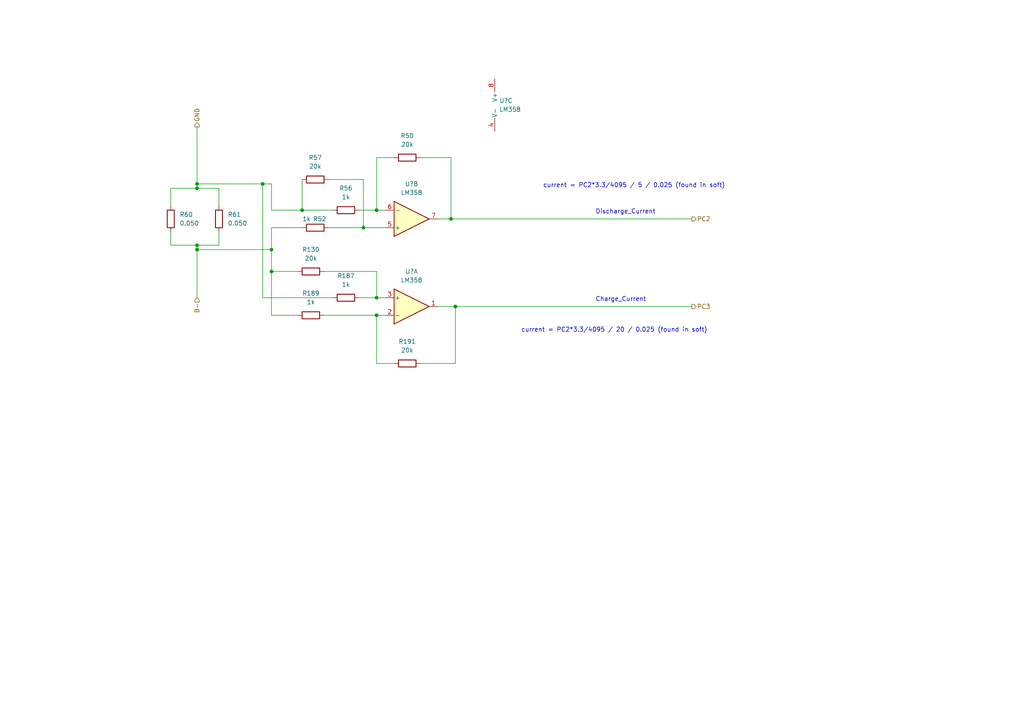
<source format=kicad_sch>
(kicad_sch (version 20211123) (generator eeschema)

  (uuid 8ed8e29f-6065-4bf9-9962-9a5e7094f7d5)

  (paper "A4")

  (lib_symbols
    (symbol "Amplifier_Operational:LM358" (pin_names (offset 0.127)) (in_bom yes) (on_board yes)
      (property "Reference" "U" (id 0) (at 0 5.08 0)
        (effects (font (size 1.27 1.27)) (justify left))
      )
      (property "Value" "LM358" (id 1) (at 0 -5.08 0)
        (effects (font (size 1.27 1.27)) (justify left))
      )
      (property "Footprint" "" (id 2) (at 0 0 0)
        (effects (font (size 1.27 1.27)) hide)
      )
      (property "Datasheet" "http://www.ti.com/lit/ds/symlink/lm2904-n.pdf" (id 3) (at 0 0 0)
        (effects (font (size 1.27 1.27)) hide)
      )
      (property "ki_locked" "" (id 4) (at 0 0 0)
        (effects (font (size 1.27 1.27)))
      )
      (property "ki_keywords" "dual opamp" (id 5) (at 0 0 0)
        (effects (font (size 1.27 1.27)) hide)
      )
      (property "ki_description" "Low-Power, Dual Operational Amplifiers, DIP-8/SOIC-8/TO-99-8" (id 6) (at 0 0 0)
        (effects (font (size 1.27 1.27)) hide)
      )
      (property "ki_fp_filters" "SOIC*3.9x4.9mm*P1.27mm* DIP*W7.62mm* TO*99* OnSemi*Micro8* TSSOP*3x3mm*P0.65mm* TSSOP*4.4x3mm*P0.65mm* MSOP*3x3mm*P0.65mm* SSOP*3.9x4.9mm*P0.635mm* LFCSP*2x2mm*P0.5mm* *SIP* SOIC*5.3x6.2mm*P1.27mm*" (id 7) (at 0 0 0)
        (effects (font (size 1.27 1.27)) hide)
      )
      (symbol "LM358_1_1"
        (polyline
          (pts
            (xy -5.08 5.08)
            (xy 5.08 0)
            (xy -5.08 -5.08)
            (xy -5.08 5.08)
          )
          (stroke (width 0.254) (type default) (color 0 0 0 0))
          (fill (type background))
        )
        (pin output line (at 7.62 0 180) (length 2.54)
          (name "~" (effects (font (size 1.27 1.27))))
          (number "1" (effects (font (size 1.27 1.27))))
        )
        (pin input line (at -7.62 -2.54 0) (length 2.54)
          (name "-" (effects (font (size 1.27 1.27))))
          (number "2" (effects (font (size 1.27 1.27))))
        )
        (pin input line (at -7.62 2.54 0) (length 2.54)
          (name "+" (effects (font (size 1.27 1.27))))
          (number "3" (effects (font (size 1.27 1.27))))
        )
      )
      (symbol "LM358_2_1"
        (polyline
          (pts
            (xy -5.08 5.08)
            (xy 5.08 0)
            (xy -5.08 -5.08)
            (xy -5.08 5.08)
          )
          (stroke (width 0.254) (type default) (color 0 0 0 0))
          (fill (type background))
        )
        (pin input line (at -7.62 2.54 0) (length 2.54)
          (name "+" (effects (font (size 1.27 1.27))))
          (number "5" (effects (font (size 1.27 1.27))))
        )
        (pin input line (at -7.62 -2.54 0) (length 2.54)
          (name "-" (effects (font (size 1.27 1.27))))
          (number "6" (effects (font (size 1.27 1.27))))
        )
        (pin output line (at 7.62 0 180) (length 2.54)
          (name "~" (effects (font (size 1.27 1.27))))
          (number "7" (effects (font (size 1.27 1.27))))
        )
      )
      (symbol "LM358_3_1"
        (pin power_in line (at -2.54 -7.62 90) (length 3.81)
          (name "V-" (effects (font (size 1.27 1.27))))
          (number "4" (effects (font (size 1.27 1.27))))
        )
        (pin power_in line (at -2.54 7.62 270) (length 3.81)
          (name "V+" (effects (font (size 1.27 1.27))))
          (number "8" (effects (font (size 1.27 1.27))))
        )
      )
    )
    (symbol "Device:R" (pin_numbers hide) (pin_names (offset 0)) (in_bom yes) (on_board yes)
      (property "Reference" "R" (id 0) (at 2.032 0 90)
        (effects (font (size 1.27 1.27)))
      )
      (property "Value" "R" (id 1) (at 0 0 90)
        (effects (font (size 1.27 1.27)))
      )
      (property "Footprint" "" (id 2) (at -1.778 0 90)
        (effects (font (size 1.27 1.27)) hide)
      )
      (property "Datasheet" "~" (id 3) (at 0 0 0)
        (effects (font (size 1.27 1.27)) hide)
      )
      (property "ki_keywords" "R res resistor" (id 4) (at 0 0 0)
        (effects (font (size 1.27 1.27)) hide)
      )
      (property "ki_description" "Resistor" (id 5) (at 0 0 0)
        (effects (font (size 1.27 1.27)) hide)
      )
      (property "ki_fp_filters" "R_*" (id 6) (at 0 0 0)
        (effects (font (size 1.27 1.27)) hide)
      )
      (symbol "R_0_1"
        (rectangle (start -1.016 -2.54) (end 1.016 2.54)
          (stroke (width 0.254) (type default) (color 0 0 0 0))
          (fill (type none))
        )
      )
      (symbol "R_1_1"
        (pin passive line (at 0 3.81 270) (length 1.27)
          (name "~" (effects (font (size 1.27 1.27))))
          (number "1" (effects (font (size 1.27 1.27))))
        )
        (pin passive line (at 0 -3.81 90) (length 1.27)
          (name "~" (effects (font (size 1.27 1.27))))
          (number "2" (effects (font (size 1.27 1.27))))
        )
      )
    )
  )

  (junction (at 57.15 72.39) (diameter 0) (color 0 0 0 0)
    (uuid 2104dd24-2f51-4f99-96f5-c08d11498c1e)
  )
  (junction (at 109.22 60.96) (diameter 0) (color 0 0 0 0)
    (uuid 24eb540b-2954-4486-9d1a-02566a233679)
  )
  (junction (at 130.81 63.5) (diameter 0) (color 0 0 0 0)
    (uuid 3d0cf404-f8d7-4787-a58f-080aff10e64b)
  )
  (junction (at 78.74 78.74) (diameter 0) (color 0 0 0 0)
    (uuid 5e9e2a46-0bdb-42e7-bafd-3a9c25376563)
  )
  (junction (at 109.22 91.44) (diameter 0) (color 0 0 0 0)
    (uuid 61c96c04-ca04-43a2-b9d6-1eb26f38014d)
  )
  (junction (at 109.22 86.36) (diameter 0) (color 0 0 0 0)
    (uuid 65fca65a-4aaa-4ffa-8c43-1d8404d41101)
  )
  (junction (at 76.2 53.34) (diameter 0) (color 0 0 0 0)
    (uuid 942c3543-c593-4103-b2a6-1393ab1d415d)
  )
  (junction (at 57.15 54.61) (diameter 0) (color 0 0 0 0)
    (uuid 95827057-82b6-437b-9c75-77832d531edb)
  )
  (junction (at 105.41 66.04) (diameter 0) (color 0 0 0 0)
    (uuid d50176c7-16e6-4ff7-bef2-c01f83d540a6)
  )
  (junction (at 57.15 71.12) (diameter 0) (color 0 0 0 0)
    (uuid d82887e6-b626-4581-b729-2686e1a938fb)
  )
  (junction (at 87.63 60.96) (diameter 0) (color 0 0 0 0)
    (uuid e70e2410-5577-468c-8bec-b624d65297fb)
  )
  (junction (at 132.08 88.9) (diameter 0) (color 0 0 0 0)
    (uuid f35fcc10-2a45-46c5-b22d-23ff17db4a46)
  )
  (junction (at 78.74 72.39) (diameter 0) (color 0 0 0 0)
    (uuid fc8f2f0c-884b-47f0-b722-75af4bfca2b4)
  )
  (junction (at 57.15 53.34) (diameter 0) (color 0 0 0 0)
    (uuid fd29e072-097e-4db4-8ba5-e6fe528122c0)
  )

  (wire (pts (xy 76.2 86.36) (xy 96.52 86.36))
    (stroke (width 0) (type default) (color 0 0 0 0))
    (uuid 00b78fca-4440-43a0-a3a0-3d855f61ecb7)
  )
  (wire (pts (xy 121.92 45.72) (xy 130.81 45.72))
    (stroke (width 0) (type default) (color 0 0 0 0))
    (uuid 081036ca-563e-45d4-ab0c-94c2f7f13a43)
  )
  (wire (pts (xy 93.98 91.44) (xy 109.22 91.44))
    (stroke (width 0) (type default) (color 0 0 0 0))
    (uuid 09e8545a-2827-405a-a228-afb13df6bdec)
  )
  (wire (pts (xy 57.15 72.39) (xy 78.74 72.39))
    (stroke (width 0) (type default) (color 0 0 0 0))
    (uuid 0ca5b645-e0b9-4483-b313-001f7f9fb689)
  )
  (wire (pts (xy 109.22 86.36) (xy 111.76 86.36))
    (stroke (width 0) (type default) (color 0 0 0 0))
    (uuid 1401acd4-26e3-4a84-90f8-ca7b95e1b505)
  )
  (wire (pts (xy 63.5 71.12) (xy 63.5 67.31))
    (stroke (width 0) (type default) (color 0 0 0 0))
    (uuid 1455bbd9-5dfc-4be3-88d5-043b747cb00f)
  )
  (wire (pts (xy 109.22 45.72) (xy 114.3 45.72))
    (stroke (width 0) (type default) (color 0 0 0 0))
    (uuid 15aecd21-8a75-4d12-b626-f3fa59367ddd)
  )
  (wire (pts (xy 76.2 53.34) (xy 78.74 53.34))
    (stroke (width 0) (type default) (color 0 0 0 0))
    (uuid 1c1125ca-7613-409b-88a6-724ce86339d1)
  )
  (wire (pts (xy 104.14 60.96) (xy 109.22 60.96))
    (stroke (width 0) (type default) (color 0 0 0 0))
    (uuid 1c9ad734-3150-4080-9716-215662281a9b)
  )
  (wire (pts (xy 57.15 36.83) (xy 57.15 53.34))
    (stroke (width 0) (type default) (color 0 0 0 0))
    (uuid 1f9d8a74-d5cc-4e4f-bc94-ad9c4bcef9d3)
  )
  (wire (pts (xy 49.53 54.61) (xy 57.15 54.61))
    (stroke (width 0) (type default) (color 0 0 0 0))
    (uuid 219455ee-30bd-48e8-9fa7-d1f4df17b5f8)
  )
  (wire (pts (xy 104.14 86.36) (xy 109.22 86.36))
    (stroke (width 0) (type default) (color 0 0 0 0))
    (uuid 2bb1c1d3-f4bd-4c9f-9650-b711c6e48c4b)
  )
  (wire (pts (xy 87.63 52.07) (xy 87.63 60.96))
    (stroke (width 0) (type default) (color 0 0 0 0))
    (uuid 303fb96e-4cdf-4bac-b7c3-16271f26c32f)
  )
  (wire (pts (xy 130.81 63.5) (xy 200.66 63.5))
    (stroke (width 0) (type default) (color 0 0 0 0))
    (uuid 3671a545-cae6-4434-952c-b95b00256f63)
  )
  (wire (pts (xy 78.74 53.34) (xy 78.74 60.96))
    (stroke (width 0) (type default) (color 0 0 0 0))
    (uuid 3c384885-33c3-46aa-9ce7-93377e36ff0e)
  )
  (wire (pts (xy 78.74 91.44) (xy 86.36 91.44))
    (stroke (width 0) (type default) (color 0 0 0 0))
    (uuid 3c39a44e-2b57-4d13-ab51-af96805510bf)
  )
  (wire (pts (xy 49.53 59.69) (xy 49.53 54.61))
    (stroke (width 0) (type default) (color 0 0 0 0))
    (uuid 444e1a76-54ed-4442-a9b4-1abb973e2464)
  )
  (wire (pts (xy 93.98 78.74) (xy 109.22 78.74))
    (stroke (width 0) (type default) (color 0 0 0 0))
    (uuid 4744b4d6-066d-4f03-914f-8de1ac6533f2)
  )
  (wire (pts (xy 49.53 71.12) (xy 57.15 71.12))
    (stroke (width 0) (type default) (color 0 0 0 0))
    (uuid 4acc13b6-3e7e-4cc1-bde3-ff262401dde9)
  )
  (wire (pts (xy 63.5 54.61) (xy 57.15 54.61))
    (stroke (width 0) (type default) (color 0 0 0 0))
    (uuid 4ed92047-4419-4202-bc7f-1ee1a9575a41)
  )
  (wire (pts (xy 109.22 105.41) (xy 114.3 105.41))
    (stroke (width 0) (type default) (color 0 0 0 0))
    (uuid 510bc72c-9094-490b-926a-3a7d38ea7aee)
  )
  (wire (pts (xy 127 63.5) (xy 130.81 63.5))
    (stroke (width 0) (type default) (color 0 0 0 0))
    (uuid 5acb6d32-6405-4309-8e61-99fd0ed59192)
  )
  (wire (pts (xy 130.81 45.72) (xy 130.81 63.5))
    (stroke (width 0) (type default) (color 0 0 0 0))
    (uuid 5ae6836e-52de-402e-95b2-edcc5cf6b1bc)
  )
  (wire (pts (xy 76.2 53.34) (xy 76.2 86.36))
    (stroke (width 0) (type default) (color 0 0 0 0))
    (uuid 6d284375-41a2-4812-8bdb-00868c045fa5)
  )
  (wire (pts (xy 57.15 53.34) (xy 57.15 54.61))
    (stroke (width 0) (type default) (color 0 0 0 0))
    (uuid 70d156ca-c9b0-4068-a9da-fa1085418dd7)
  )
  (wire (pts (xy 121.92 105.41) (xy 132.08 105.41))
    (stroke (width 0) (type default) (color 0 0 0 0))
    (uuid 749f27cd-e826-4d14-8c5e-836df68c36f5)
  )
  (wire (pts (xy 78.74 72.39) (xy 78.74 78.74))
    (stroke (width 0) (type default) (color 0 0 0 0))
    (uuid 7e21da6d-8c9d-4010-ab9b-d30c3ba33c88)
  )
  (wire (pts (xy 109.22 78.74) (xy 109.22 86.36))
    (stroke (width 0) (type default) (color 0 0 0 0))
    (uuid 8370278d-e304-4188-8506-6996954f823c)
  )
  (wire (pts (xy 96.52 60.96) (xy 87.63 60.96))
    (stroke (width 0) (type default) (color 0 0 0 0))
    (uuid 893dbe63-e4b5-4062-82d7-e7d71fca038d)
  )
  (wire (pts (xy 87.63 60.96) (xy 78.74 60.96))
    (stroke (width 0) (type default) (color 0 0 0 0))
    (uuid 8a1833a5-2d7e-44d0-b47f-f84270649d96)
  )
  (wire (pts (xy 78.74 66.04) (xy 87.63 66.04))
    (stroke (width 0) (type default) (color 0 0 0 0))
    (uuid 8ae63f84-9d5a-442a-bca2-e904526ec853)
  )
  (wire (pts (xy 109.22 60.96) (xy 109.22 45.72))
    (stroke (width 0) (type default) (color 0 0 0 0))
    (uuid 8c16d18d-21c3-429b-80b8-5d354a051d9a)
  )
  (wire (pts (xy 132.08 105.41) (xy 132.08 88.9))
    (stroke (width 0) (type default) (color 0 0 0 0))
    (uuid 8d0c9d20-41ee-4962-9c18-7db9f0093cd9)
  )
  (wire (pts (xy 109.22 91.44) (xy 111.76 91.44))
    (stroke (width 0) (type default) (color 0 0 0 0))
    (uuid 9d028656-9e2a-41aa-9a85-86afac3e7773)
  )
  (wire (pts (xy 78.74 78.74) (xy 78.74 91.44))
    (stroke (width 0) (type default) (color 0 0 0 0))
    (uuid a42609fe-0f6e-4ba6-a864-055d9b48cfb3)
  )
  (wire (pts (xy 105.41 52.07) (xy 105.41 66.04))
    (stroke (width 0) (type default) (color 0 0 0 0))
    (uuid a5805a0a-1f8d-4ae0-a14c-63d9e29bbb70)
  )
  (wire (pts (xy 132.08 88.9) (xy 127 88.9))
    (stroke (width 0) (type default) (color 0 0 0 0))
    (uuid ad636eab-1d6c-43b0-83ed-bd04c12946a0)
  )
  (wire (pts (xy 78.74 78.74) (xy 86.36 78.74))
    (stroke (width 0) (type default) (color 0 0 0 0))
    (uuid b5b87da4-71e4-4f81-b688-19848e2462f7)
  )
  (wire (pts (xy 49.53 67.31) (xy 49.53 71.12))
    (stroke (width 0) (type default) (color 0 0 0 0))
    (uuid bd20e141-3990-4da5-bb56-57e9e35d80b8)
  )
  (wire (pts (xy 63.5 59.69) (xy 63.5 54.61))
    (stroke (width 0) (type default) (color 0 0 0 0))
    (uuid bd80c165-9116-45bd-82b1-6505704acaac)
  )
  (wire (pts (xy 109.22 91.44) (xy 109.22 105.41))
    (stroke (width 0) (type default) (color 0 0 0 0))
    (uuid c929456a-b801-41bd-96e2-fbc29a9e1d1b)
  )
  (wire (pts (xy 57.15 71.12) (xy 63.5 71.12))
    (stroke (width 0) (type default) (color 0 0 0 0))
    (uuid da31f217-bb07-477b-8c56-5589d6e1eaca)
  )
  (wire (pts (xy 109.22 60.96) (xy 111.76 60.96))
    (stroke (width 0) (type default) (color 0 0 0 0))
    (uuid db7b28ca-4d08-4b8c-99dc-315c7dd30fc9)
  )
  (wire (pts (xy 57.15 71.12) (xy 57.15 72.39))
    (stroke (width 0) (type default) (color 0 0 0 0))
    (uuid db982d08-68a0-4f23-a8d2-c73db10347da)
  )
  (wire (pts (xy 95.25 52.07) (xy 105.41 52.07))
    (stroke (width 0) (type default) (color 0 0 0 0))
    (uuid e24b0563-c01b-4336-bae1-dc69d92af976)
  )
  (wire (pts (xy 105.41 66.04) (xy 111.76 66.04))
    (stroke (width 0) (type default) (color 0 0 0 0))
    (uuid e68079c1-ca43-40f2-a829-25a738a157e8)
  )
  (wire (pts (xy 57.15 72.39) (xy 57.15 86.36))
    (stroke (width 0) (type default) (color 0 0 0 0))
    (uuid eaec69c6-0501-49a0-b8be-44a20bea43e8)
  )
  (wire (pts (xy 132.08 88.9) (xy 200.66 88.9))
    (stroke (width 0) (type default) (color 0 0 0 0))
    (uuid f16898df-4354-4544-b18d-4b8913d4774f)
  )
  (wire (pts (xy 57.15 53.34) (xy 76.2 53.34))
    (stroke (width 0) (type default) (color 0 0 0 0))
    (uuid f69066b6-94c9-4f07-b7be-df91bc1f58d8)
  )
  (wire (pts (xy 78.74 72.39) (xy 78.74 66.04))
    (stroke (width 0) (type default) (color 0 0 0 0))
    (uuid fa80f2d4-a15a-461e-b76a-57b5ebdaa839)
  )
  (wire (pts (xy 95.25 66.04) (xy 105.41 66.04))
    (stroke (width 0) (type default) (color 0 0 0 0))
    (uuid ff3009b3-4aeb-4dbe-afbf-b9600c2b6c2f)
  )

  (text "Charge_Current" (at 172.72 87.63 0)
    (effects (font (size 1.27 1.27)) (justify left bottom))
    (uuid 5907d0dc-3ee0-4ae2-a63d-bc4c9644b3fe)
  )
  (text "current = PC2*3.3/4095 / 20 / 0.025 (found in soft)"
    (at 151.13 96.52 0)
    (effects (font (size 1.27 1.27)) (justify left bottom))
    (uuid 5a64a8c5-4146-4853-9419-c7a3826cf034)
  )
  (text "current = PC2*3.3/4095 / 5 / 0.025 (found in soft)"
    (at 157.48 54.61 0)
    (effects (font (size 1.27 1.27)) (justify left bottom))
    (uuid 6260a9d9-7d33-4ef5-824c-f9a6959f851a)
  )
  (text "Discharge_Current" (at 172.72 62.23 0)
    (effects (font (size 1.27 1.27)) (justify left bottom))
    (uuid c7a7bb13-1f81-419d-a3dc-1f1129b017b6)
  )

  (hierarchical_label "B-" (shape input) (at 57.15 86.36 270)
    (effects (font (size 1.27 1.27)) (justify right))
    (uuid 17c6fa0b-b84d-4445-bd48-f3f0002af2d3)
  )
  (hierarchical_label "PC2" (shape output) (at 200.66 63.5 0)
    (effects (font (size 1.27 1.27)) (justify left))
    (uuid 53b795e1-014b-4d45-930a-b5f2d2450803)
  )
  (hierarchical_label "PC3" (shape output) (at 200.66 88.9 0)
    (effects (font (size 1.27 1.27)) (justify left))
    (uuid 8145dcd5-f46d-45c8-9ea9-b4ce2a6f7d2f)
  )
  (hierarchical_label "GND" (shape output) (at 57.15 36.83 90)
    (effects (font (size 1.27 1.27)) (justify left))
    (uuid 9abecfc7-8dd2-420b-b772-6911788634b7)
  )

  (symbol (lib_id "Amplifier_Operational:LM358") (at 119.38 88.9 0) (unit 1)
    (in_bom yes) (on_board yes) (fields_autoplaced)
    (uuid 17c6a957-a786-4ef2-b451-edde08e644b7)
    (property "Reference" "U?" (id 0) (at 119.38 78.74 0))
    (property "Value" "LM358" (id 1) (at 119.38 81.28 0))
    (property "Footprint" "" (id 2) (at 119.38 88.9 0)
      (effects (font (size 1.27 1.27)) hide)
    )
    (property "Datasheet" "http://www.ti.com/lit/ds/symlink/lm2904-n.pdf" (id 3) (at 119.38 88.9 0)
      (effects (font (size 1.27 1.27)) hide)
    )
    (pin "1" (uuid 2b44806c-cad4-4c11-9ec7-6b67911e620a))
    (pin "2" (uuid 83f92d67-d057-4f7c-858d-ce4b361e3567))
    (pin "3" (uuid 34376020-c68d-44bb-9d26-fa2763370d0a))
    (pin "5" (uuid 66aeae91-8f6f-49de-9bdc-bf973cfe2e29))
    (pin "6" (uuid 0e990bfc-1d50-412b-a73f-e49d12da1f1a))
    (pin "7" (uuid be767f4e-daa2-4923-8c30-7d445b9d41e9))
    (pin "4" (uuid e3806ab9-13e3-4de4-a47f-143a522c81f7))
    (pin "8" (uuid 0fc1a034-ba71-4afe-bf9c-f22b98ff2400))
  )

  (symbol (lib_id "Device:R") (at 91.44 52.07 90) (unit 1)
    (in_bom yes) (on_board yes) (fields_autoplaced)
    (uuid 1a3e9345-7486-45dc-88b8-c80b531dcff5)
    (property "Reference" "R57" (id 0) (at 91.44 45.72 90))
    (property "Value" "20k" (id 1) (at 91.44 48.26 90))
    (property "Footprint" "" (id 2) (at 91.44 53.848 90)
      (effects (font (size 1.27 1.27)) hide)
    )
    (property "Datasheet" "~" (id 3) (at 91.44 52.07 0)
      (effects (font (size 1.27 1.27)) hide)
    )
    (pin "1" (uuid 77b9eb35-1574-486f-92dd-4636673f9b9e))
    (pin "2" (uuid e4ac5e28-ab72-4b1d-9f08-57dacf411b3b))
  )

  (symbol (lib_id "Device:R") (at 118.11 105.41 270) (unit 1)
    (in_bom yes) (on_board yes) (fields_autoplaced)
    (uuid 26f48280-6369-4c25-adc7-5fcc4031ddeb)
    (property "Reference" "R191" (id 0) (at 118.11 99.06 90))
    (property "Value" "20k" (id 1) (at 118.11 101.6 90))
    (property "Footprint" "" (id 2) (at 118.11 103.632 90)
      (effects (font (size 1.27 1.27)) hide)
    )
    (property "Datasheet" "~" (id 3) (at 118.11 105.41 0)
      (effects (font (size 1.27 1.27)) hide)
    )
    (pin "1" (uuid 4413a5e9-777d-4cb6-834f-af450bfaf4df))
    (pin "2" (uuid 71921d11-9d41-404c-9ce1-0e1be1782f6c))
  )

  (symbol (lib_id "Device:R") (at 91.44 66.04 90) (unit 1)
    (in_bom yes) (on_board yes)
    (uuid 3ba1e677-7ef8-44ff-b6fa-76ec8e16d1cb)
    (property "Reference" "R52" (id 0) (at 92.71 63.5 90))
    (property "Value" "1k" (id 1) (at 88.9 63.5 90))
    (property "Footprint" "" (id 2) (at 91.44 67.818 90)
      (effects (font (size 1.27 1.27)) hide)
    )
    (property "Datasheet" "~" (id 3) (at 91.44 66.04 0)
      (effects (font (size 1.27 1.27)) hide)
    )
    (pin "1" (uuid 1b0ac47d-5b67-42d0-9680-60152ee54479))
    (pin "2" (uuid 9955d4c9-6ae8-4d9f-adf9-fea27841a10a))
  )

  (symbol (lib_id "Device:R") (at 100.33 86.36 90) (unit 1)
    (in_bom yes) (on_board yes)
    (uuid 3de370e7-1c3a-4ba2-b76f-4fe662f8fe10)
    (property "Reference" "R187" (id 0) (at 100.33 80.01 90))
    (property "Value" "1k" (id 1) (at 100.33 82.55 90))
    (property "Footprint" "" (id 2) (at 100.33 88.138 90)
      (effects (font (size 1.27 1.27)) hide)
    )
    (property "Datasheet" "~" (id 3) (at 100.33 86.36 0)
      (effects (font (size 1.27 1.27)) hide)
    )
    (pin "1" (uuid 814bee9b-cf08-43bc-b73f-ecbceab48c35))
    (pin "2" (uuid 78171d9b-d24d-4607-b176-27ae3609c905))
  )

  (symbol (lib_id "Device:R") (at 49.53 63.5 0) (unit 1)
    (in_bom yes) (on_board yes) (fields_autoplaced)
    (uuid 5d9f25c6-0629-4bea-9c16-d78f3e893e8f)
    (property "Reference" "R60" (id 0) (at 52.07 62.2299 0)
      (effects (font (size 1.27 1.27)) (justify left))
    )
    (property "Value" "0.050" (id 1) (at 52.07 64.7699 0)
      (effects (font (size 1.27 1.27)) (justify left))
    )
    (property "Footprint" "" (id 2) (at 47.752 63.5 90)
      (effects (font (size 1.27 1.27)) hide)
    )
    (property "Datasheet" "~" (id 3) (at 49.53 63.5 0)
      (effects (font (size 1.27 1.27)) hide)
    )
    (pin "1" (uuid 84e7ea65-de54-4129-ab92-ef7acabc5e47))
    (pin "2" (uuid 363f203b-b17c-4348-a411-b87ace6a2bf4))
  )

  (symbol (lib_id "Device:R") (at 90.17 78.74 90) (unit 1)
    (in_bom yes) (on_board yes) (fields_autoplaced)
    (uuid 65bd1332-8e47-4f4c-bc51-b88e41dc4700)
    (property "Reference" "R130" (id 0) (at 90.17 72.39 90))
    (property "Value" "20k" (id 1) (at 90.17 74.93 90))
    (property "Footprint" "" (id 2) (at 90.17 80.518 90)
      (effects (font (size 1.27 1.27)) hide)
    )
    (property "Datasheet" "~" (id 3) (at 90.17 78.74 0)
      (effects (font (size 1.27 1.27)) hide)
    )
    (pin "1" (uuid 3195b2b0-1522-4d5a-9d23-39da6d68714c))
    (pin "2" (uuid 0ecb6c44-cc3b-4e18-bb83-a142415bc625))
  )

  (symbol (lib_id "Device:R") (at 100.33 60.96 90) (unit 1)
    (in_bom yes) (on_board yes)
    (uuid 69432457-bab7-49de-9979-cb16fd35a6b2)
    (property "Reference" "R56" (id 0) (at 100.33 54.61 90))
    (property "Value" "1k" (id 1) (at 100.33 57.15 90))
    (property "Footprint" "" (id 2) (at 100.33 62.738 90)
      (effects (font (size 1.27 1.27)) hide)
    )
    (property "Datasheet" "~" (id 3) (at 100.33 60.96 0)
      (effects (font (size 1.27 1.27)) hide)
    )
    (pin "1" (uuid f004fcec-42d3-4417-a34d-ae3e39f2829a))
    (pin "2" (uuid c4f57ac3-65d8-4038-87fa-6193b1225f0d))
  )

  (symbol (lib_id "Device:R") (at 63.5 63.5 0) (unit 1)
    (in_bom yes) (on_board yes) (fields_autoplaced)
    (uuid 71aa0594-4192-4410-b897-19f2aa03261a)
    (property "Reference" "R61" (id 0) (at 66.04 62.2299 0)
      (effects (font (size 1.27 1.27)) (justify left))
    )
    (property "Value" "0.050" (id 1) (at 66.04 64.7699 0)
      (effects (font (size 1.27 1.27)) (justify left))
    )
    (property "Footprint" "" (id 2) (at 61.722 63.5 90)
      (effects (font (size 1.27 1.27)) hide)
    )
    (property "Datasheet" "~" (id 3) (at 63.5 63.5 0)
      (effects (font (size 1.27 1.27)) hide)
    )
    (pin "1" (uuid 579c2a06-7c59-4e62-add0-ea9fcb53d3df))
    (pin "2" (uuid 09ecbdfd-05e8-433b-afdc-ae7902625740))
  )

  (symbol (lib_id "Device:R") (at 118.11 45.72 270) (unit 1)
    (in_bom yes) (on_board yes) (fields_autoplaced)
    (uuid 9cdd16d9-36f1-41ff-9090-e38b75c1951d)
    (property "Reference" "R50" (id 0) (at 118.11 39.37 90))
    (property "Value" "20k" (id 1) (at 118.11 41.91 90))
    (property "Footprint" "" (id 2) (at 118.11 43.942 90)
      (effects (font (size 1.27 1.27)) hide)
    )
    (property "Datasheet" "~" (id 3) (at 118.11 45.72 0)
      (effects (font (size 1.27 1.27)) hide)
    )
    (pin "1" (uuid 311bd6e9-542c-4248-afc3-3b0c4341c212))
    (pin "2" (uuid 18144030-02fa-42be-b077-66398fade7ec))
  )

  (symbol (lib_id "Device:R") (at 90.17 91.44 90) (unit 1)
    (in_bom yes) (on_board yes)
    (uuid bd452c05-1916-4ffb-b50b-cd99c16c3f19)
    (property "Reference" "R189" (id 0) (at 90.17 85.09 90))
    (property "Value" "1k" (id 1) (at 90.17 87.63 90))
    (property "Footprint" "" (id 2) (at 90.17 93.218 90)
      (effects (font (size 1.27 1.27)) hide)
    )
    (property "Datasheet" "~" (id 3) (at 90.17 91.44 0)
      (effects (font (size 1.27 1.27)) hide)
    )
    (pin "1" (uuid d20f728c-2579-41f1-a228-e860192211cf))
    (pin "2" (uuid 8121e7fa-667d-46b0-b4a2-f20a43f31162))
  )

  (symbol (lib_id "Amplifier_Operational:LM358") (at 119.38 63.5 0) (mirror x) (unit 2)
    (in_bom yes) (on_board yes) (fields_autoplaced)
    (uuid c7d4268d-0d34-408c-8737-887a1a8d105e)
    (property "Reference" "U?" (id 0) (at 119.38 53.34 0))
    (property "Value" "LM358" (id 1) (at 119.38 55.88 0))
    (property "Footprint" "" (id 2) (at 119.38 63.5 0)
      (effects (font (size 1.27 1.27)) hide)
    )
    (property "Datasheet" "http://www.ti.com/lit/ds/symlink/lm2904-n.pdf" (id 3) (at 119.38 63.5 0)
      (effects (font (size 1.27 1.27)) hide)
    )
    (pin "1" (uuid 164cfe91-42e5-42a6-abf5-bddd2e2ffeab))
    (pin "2" (uuid b1446ff4-0add-4800-a85d-c60bdd63191f))
    (pin "3" (uuid 23e9991e-d9d6-4342-a7f5-73f982514f31))
    (pin "5" (uuid 3e40a3b5-63da-4b4e-9ed1-32ed40d676d2))
    (pin "6" (uuid 4b47cec6-f1ff-44b5-b7e8-fd3683b77df1))
    (pin "7" (uuid dc09eb31-1646-40bc-ba99-e08cb49f76d7))
    (pin "4" (uuid 3ec5cba3-30b4-4221-9fe1-e98d415eabaa))
    (pin "8" (uuid e97693f0-edde-425a-b03c-68a1bc255abb))
  )

  (symbol (lib_id "Amplifier_Operational:LM358") (at 146.05 30.48 0) (unit 3)
    (in_bom yes) (on_board yes) (fields_autoplaced)
    (uuid dfeda5e9-203a-4337-a4f5-e1542c6a271f)
    (property "Reference" "U?" (id 0) (at 144.78 29.2099 0)
      (effects (font (size 1.27 1.27)) (justify left))
    )
    (property "Value" "LM358" (id 1) (at 144.78 31.7499 0)
      (effects (font (size 1.27 1.27)) (justify left))
    )
    (property "Footprint" "" (id 2) (at 146.05 30.48 0)
      (effects (font (size 1.27 1.27)) hide)
    )
    (property "Datasheet" "http://www.ti.com/lit/ds/symlink/lm2904-n.pdf" (id 3) (at 146.05 30.48 0)
      (effects (font (size 1.27 1.27)) hide)
    )
    (pin "1" (uuid 9b6ade53-e9d9-4880-b9f7-6c1ac5df1fbb))
    (pin "2" (uuid df327d3a-eea2-4697-a4a4-5c537b64684b))
    (pin "3" (uuid c0df5a12-bf7c-4b08-a8ac-2d0c8a9ffc71))
    (pin "5" (uuid af009f90-110e-4cad-8aff-fe5c2b0a1d71))
    (pin "6" (uuid 3feab036-e0fa-4178-87ef-0be8260c3167))
    (pin "7" (uuid df97e7b6-e713-4923-ba1b-894464aad505))
    (pin "4" (uuid 0cb6cd6a-fe50-479e-b06d-eeb4099a133e))
    (pin "8" (uuid df923e8b-dbb4-4dfb-865c-7cbd6553d771))
  )
)

</source>
